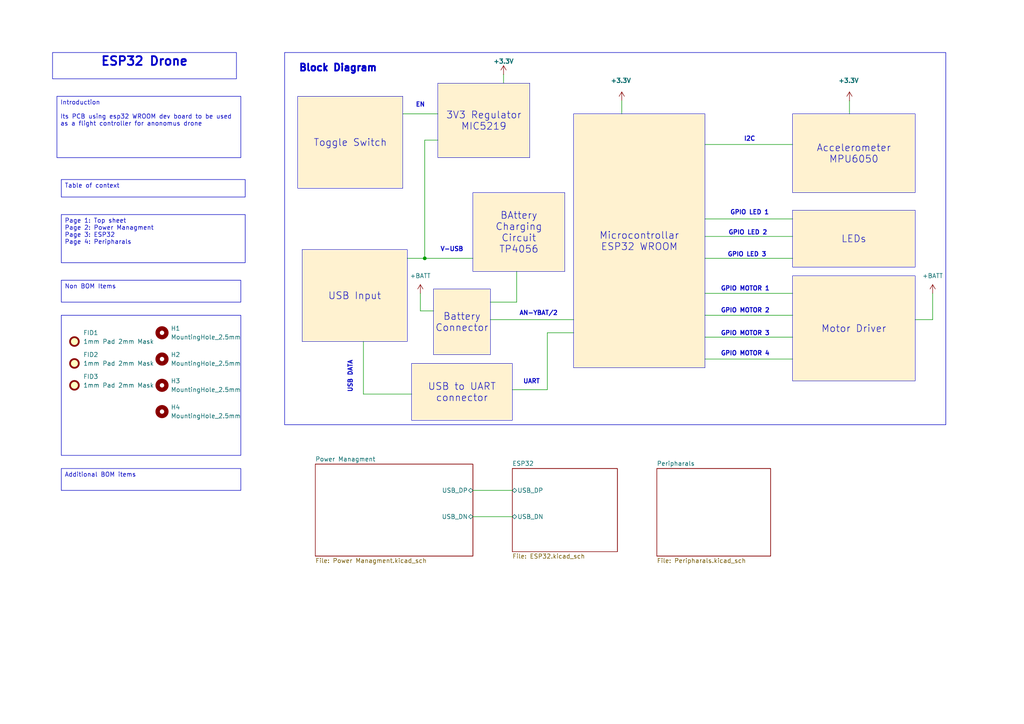
<source format=kicad_sch>
(kicad_sch (version 20250114) (generator "eeschema") (generator_version "9.0")
  (paper "A4")
  (title_block (title "esp32_drone") (date "2025-04-05") (rev "1") (company "myself") (comment 1 "Drawing RG"))
  (lib_symbols
    (symbol "EE_NON_BOM:Fiducial-1mmPad2mmMask" (in_bom no)
      (property "Reference" "FID" (at 0 5.08 0))
      (property "Value" "Fiducial-1mmPad2mmMask" (at 0 3.175 0))
      (property "Footprint" "Fiducial:Fiducial_1mm_Mask2mm" (at 0 0 0))
      (symbol "Fiducial-1mmPad2mmMask_0_1"
        (circle (center 0 0) (radius 1.27) (stroke (width 0.508)) (fill (type background)))
      )
    )
    (symbol "EE_NON_BOM:MountingHole_-_1mm_Pad_2mm_Mask" (pin_names (offset 1.016)) (in_bom no)
      (property "Reference" "H" (at 0 5.08 0))
      (property "Value" "MountingHole_- 2.5mm" (at 0 3.175 0))
      (symbol "MountingHole_-_1mm_Pad_2mm_Mask_0_1"
        (circle (center 0 0) (radius 1.27) (stroke (width 1.27)))
      )
    )
    (symbol "power:+3.3V" (power) (pin_numbers (hide yes)) (pin_names (offset 0) (hide yes))
      (property "Value" "+3.3V" (at 0 3.556 0))
      (symbol "+3.3V_0_1"
        (polyline (pts (xy -0.762 1.27) (xy 0 2.54)))
        (polyline (pts (xy 0 2.54) (xy 0.762 1.27)))
        (polyline (pts (xy 0 0) (xy 0 2.54)))
      )
      (symbol "+3.3V_1_1"
        (pin power_in line (at 0 0 90) (length 0) (name "~") (number "1"))
      )
    )
    (symbol "power:+BATT" (power) (pin_numbers (hide yes)) (pin_names (offset 0) (hide yes))
      (property "Value" "+BATT" (at 0 3.556 0))
      (symbol "+BATT_0_1"
        (polyline (pts (xy -0.762 1.27) (xy 0 2.54)))
        (polyline (pts (xy 0 2.54) (xy 0.762 1.27)))
        (polyline (pts (xy 0 0) (xy 0 2.54)))
      )
      (symbol "+BATT_1_1"
        (pin power_in line (at 0 0 90) (length 0) (name "~") (number "1"))
      )
    )
  )
  (rectangle (start 82.55 15.24) (end 274.32 123.19))
  (rectangle (start 17.78 91.44) (end 69.85 132.08))
  (text "EN" (at 121.92 30.48 0) (effects (font (size 1.27 1.27) (thickness 0.254) (bold yes))))
  (text "GPIO LED 1" (at 217.424 61.722 0) (effects (font (size 1.27 1.27) (thickness 0.254) (bold yes))))
  (text "GPIO LED 2" (at 216.916 67.564 0) (effects (font (size 1.27 1.27) (thickness 0.254) (bold yes))))
  (text "GPIO LED 3" (at 216.662 73.914 0) (effects (font (size 1.27 1.27) (thickness 0.254) (bold yes))))
  (text "AN-YBAT/2" (at 156.21 90.932 0) (effects (font (size 1.27 1.27) (thickness 0.254) (bold yes))))
  (text "UART" (at 154.178 110.744 0) (effects (font (size 1.27 1.27) (thickness 0.254) (bold yes))))
  (text "GPIO MOTOR 4" (at 216.154 102.616 0) (effects (font (size 1.27 1.27) (thickness 0.254) (bold yes))))
  (text "USB DATA" (at 101.6 109.22 90) (effects (font (size 1.27 1.27) (thickness 0.254) (bold yes))))
  (text "V-USB" (at 131.064 72.39 0) (effects (font (size 1.27 1.27) (thickness 0.254) (bold yes))))
  (text "GPIO MOTOR 3" (at 216.154 96.774 0) (effects (font (size 1.27 1.27) (thickness 0.254) (bold yes))))
  (text "I2C" (at 217.424 40.386 0) (effects (font (size 1.27 1.27) (thickness 0.254) (bold yes))))
  (text "Block Diagram" (at 98.044 19.812 0) (effects (font (size 2.032 2.032) (thickness 0.762) (bold yes))))
  (text "GPIO MOTOR 2" (at 216.154 90.17 0) (effects (font (size 1.27 1.27) (thickness 0.254) (bold yes))))
  (text "GPIO MOTOR 1" (at 216.154 83.82 0) (effects (font (size 1.27 1.27) (thickness 0.254) (bold yes))))
  (text_box "ESP32 Drone" (at 15.24 15.24 0) (size 53.34 7.62) (margins 0.9525 0.9525 0.9525 0.9525) (effects (font (size 2.54 2.54) (thickness 0.508) (bold yes)) (justify top)))
  (text_box "LEDs" (at 229.87 60.96 0) (size 35.56 16.51) (margins 0.9525 0.9525 0.9525 0.9525) (stroke (width 0.127)) (fill (type color) (color 255 242 208 1)) (effects (font (size 2.032 2.032))))
  (text_box "Non BOM Items\n" (at 17.78 81.28 0) (size 52.07 6.35) (margins 0.9525 0.9525 0.9525 0.9525) (effects (font (size 1.27 1.27)) (justify left top)))
  (text_box "3V3 Regulator\nMIC5219" (at 127 24.13 0) (size 26.67 21.59) (margins 0.9525 0.9525 0.9525 0.9525) (stroke (width 0.127)) (fill (type color) (color 255 242 208 1)) (effects (font (size 2.032 2.032))))
  (text_box "Microcontrollar \nESP32 WROOM" (at 166.37 33.02 0) (size 38.1 73.66) (margins 0.9525 0.9525 0.9525 0.9525) (stroke (width 0.127)) (fill (type color) (color 255 242 208 1)) (effects (font (size 2.032 2.032))))
  (text_box "Table of context\n" (at 17.78 52.07 0) (size 53.34 5.08) (margins 0.9525 0.9525 0.9525 0.9525) (effects (font (size 1.27 1.27)) (justify left top)))
  (text_box "USB Input" (at 87.63 72.39 0) (size 30.48 26.67) (margins 0.9525 0.9525 0.9525 0.9525) (stroke (width 0.127)) (fill (type color) (color 255 242 208 1)) (effects (font (size 2.032 2.032))))
  (text_box "Additional BOM items" (at 17.78 135.89 0) (size 52.07 6.35) (margins 0.9525 0.9525 0.9525 0.9525) (effects (font (size 1.27 1.27)) (justify left top)))
  (text_box "Introduction\n\nIts PCB using esp32 WROOM dev board to be used as a flight controller for anonomus drone\n" (at 16.51 27.94 0) (size 53.34 17.78) (margins 0.9525 0.9525 0.9525 0.9525) (effects (font (size 1.27 1.27)) (justify left top)))
  (text_box "USB to UART connector" (at 119.38 105.41 0) (size 29.21 16.51) (margins 0.9525 0.9525 0.9525 0.9525) (stroke (width 0.127)) (fill (type color) (color 255 242 208 1)) (effects (font (size 2.032 2.032))))
  (text_box "Battery Connector" (at 125.73 83.82 0) (size 16.51 19.05) (margins 0.9525 0.9525 0.9525 0.9525) (stroke (width 0.127)) (fill (type color) (color 255 242 208 1)) (effects (font (size 2.032 2.032))))
  (text_box "Page 1: Top sheet\nPage 2: Power Managment\nPage 3: ESP32\nPage 4: Peripharals" (at 17.78 62.23 0) (size 53.34 13.97) (margins 0.9525 0.9525 0.9525 0.9525) (effects (font (size 1.27 1.27)) (justify left top)))
  (text_box "Toggle Switch" (at 86.36 27.94 0) (size 30.48 26.67) (margins 0.9525 0.9525 0.9525 0.9525) (stroke (width 0.127)) (fill (type color) (color 255 242 208 1)) (effects (font (size 2.032 2.032))))
  (text_box "Motor Driver" (at 229.87 80.01 0) (size 35.56 30.48) (margins 0.9525 0.9525 0.9525 0.9525) (stroke (width 0.127)) (fill (type color) (color 255 242 208 1)) (effects (font (size 2.032 2.032))))
  (text_box "Accelerometer\nMPU6050" (at 229.87 33.02 0) (size 35.56 22.86) (margins 0.9525 0.9525 0.9525 0.9525) (stroke (width 0.127)) (fill (type color) (color 255 242 208 1)) (effects (font (size 2.032 2.032))))
  (text_box "BAttery Charging Circuit\nTP4056" (at 137.16 55.88 0) (size 26.67 22.86) (margins 0.9525 0.9525 0.9525 0.9525) (stroke (width 0.127)) (fill (type color) (color 255 242 208 1)) (effects (font (size 2.032 2.032))))
  (junction (at 123.19 74.93))
  (wire (pts (xy 105.41 99.06) (xy 105.41 114.3)))
  (wire (pts (xy 265.43 92.71) (xy 270.51 92.71)))
  (wire (pts (xy 142.24 87.63) (xy 149.86 87.63)))
  (wire (pts (xy 123.19 40.64) (xy 123.19 74.93)))
  (wire (pts (xy 180.34 29.21) (xy 180.34 33.02)))
  (wire (pts (xy 270.51 85.09) (xy 270.51 92.71)))
  (wire (pts (xy 149.86 78.74) (xy 149.86 87.63)))
  (wire (pts (xy 204.47 104.14) (xy 229.87 104.14)))
  (wire (pts (xy 137.16 149.86) (xy 148.59 149.86)))
  (wire (pts (xy 123.19 74.93) (xy 137.16 74.93)))
  (wire (pts (xy 246.38 29.21) (xy 246.38 33.02)))
  (wire (pts (xy 146.05 21.59) (xy 146.05 24.13)))
  (wire (pts (xy 148.59 113.03) (xy 158.75 113.03)))
  (wire (pts (xy 204.47 68.58) (xy 229.87 68.58)))
  (wire (pts (xy 137.16 142.24) (xy 148.59 142.24)))
  (wire (pts (xy 116.84 33.02) (xy 127 33.02)))
  (wire (pts (xy 204.47 85.09) (xy 229.87 85.09)))
  (wire (pts (xy 142.24 92.71) (xy 166.37 92.71)))
  (wire (pts (xy 158.75 96.52) (xy 158.75 113.03)))
  (wire (pts (xy 204.47 91.44) (xy 229.87 91.44)))
  (wire (pts (xy 121.92 90.17) (xy 125.73 90.17)))
  (wire (pts (xy 204.47 63.5) (xy 229.87 63.5)))
  (wire (pts (xy 118.11 74.93) (xy 123.19 74.93)))
  (wire (pts (xy 204.47 97.79) (xy 229.87 97.79)))
  (wire (pts (xy 105.41 114.3) (xy 119.38 114.3)))
  (wire (pts (xy 123.19 40.64) (xy 127 40.64)))
  (wire (pts (xy 121.92 85.09) (xy 121.92 90.17)))
  (wire (pts (xy 204.47 74.93) (xy 229.87 74.93)))
  (wire (pts (xy 158.75 96.52) (xy 166.37 96.52)))
  (wire (pts (xy 204.47 41.91) (xy 229.87 41.91)))
  (symbol (lib_id "EE_NON_BOM:MountingHole_-_1mm_Pad_2mm_Mask") (at 46.99 119.38 0) (unit 1) (in_bom no)
    (property "Reference" "H4" (at 49.53 118.1099 0) (effects (justify left)))
    (property "Value" "MountingHole_2.5mm" (at 49.53 120.6499 0) (effects (justify left)))
    (property "Footprint" "MountingHole:MountingHole_2.5mm" (effects (hide yes)))
    (property "Description" "Mounting Hole without connection" (effects (hide yes)))
  )
  (symbol (lib_id "EE_NON_BOM:MountingHole_-_1mm_Pad_2mm_Mask") (at 46.99 111.76 0) (unit 1) (in_bom no)
    (property "Reference" "H3" (at 49.53 110.4899 0) (effects (justify left)))
    (property "Value" "MountingHole_2.5mm" (at 49.53 113.0299 0) (effects (justify left)))
    (property "Footprint" "MountingHole:MountingHole_2.5mm" (effects (hide yes)))
    (property "Description" "Mounting Hole without connection" (effects (hide yes)))
  )
  (symbol (lib_id "EE_NON_BOM:Fiducial-1mmPad2mmMask") (at 21.59 99.06 0) (unit 1) (in_bom no)
    (property "Reference" "FID1" (at 24.13 96.5199 0) (effects (justify left)))
    (property "Value" "1mm Pad 2mm Mask" (at 24.13 99.0599 0) (effects (justify left)))
    (property "Footprint" "Fiducial:Fiducial_1mm_Mask2mm" (effects (hide yes)))
    (property "Description" "Fiducial Marker -  1mm Pad 2mm Mask" (effects (hide yes)))
  )
  (symbol (lib_id "power:+3.3V") (at 146.05 21.59 0) (unit 1)
    (property "Reference" "#PWR02" (effects (hide yes)))
    (property "Value" "+3.3V" (at 146.05 17.78 0) (effects (font (thickness 0.254) (bold yes))))
    (property "Description" "Power symbol creates a global label with name \"+3.3V\"" (effects (hide yes)))
  )
  (symbol (lib_id "EE_NON_BOM:MountingHole_-_1mm_Pad_2mm_Mask") (at 46.99 104.14 0) (unit 1) (in_bom no)
    (property "Reference" "H2" (at 49.53 102.8699 0) (effects (justify left)))
    (property "Value" "MountingHole_2.5mm" (at 49.53 105.4099 0) (effects (justify left)))
    (property "Footprint" "MountingHole:MountingHole_2.5mm" (effects (hide yes)))
    (property "Description" "Mounting Hole without connection" (effects (hide yes)))
  )
  (symbol (lib_id "power:+BATT") (at 270.51 85.09 0) (unit 1)
    (property "Reference" "#PWR04" (effects (hide yes)))
    (property "Value" "+BATT" (at 270.51 80.01 0))
    (property "Description" "Power symbol creates a global label with name \"+BATT\"" (effects (hide yes)))
  )
  (symbol (lib_id "power:+3.3V") (at 246.38 29.21 0) (unit 1)
    (property "Reference" "#PWR03" (effects (hide yes)))
    (property "Value" "+3.3V" (at 246.126 23.368 0) (effects (font (thickness 0.254) (bold yes))))
    (property "Description" "Power symbol creates a global label with name \"+3.3V\"" (effects (hide yes)))
  )
  (symbol (lib_id "power:+3.3V") (at 180.34 29.21 0) (unit 1)
    (property "Reference" "#PWR01" (effects (hide yes)))
    (property "Value" "+3.3V" (at 180.086 23.368 0) (effects (font (thickness 0.254) (bold yes))))
    (property "Description" "Power symbol creates a global label with name \"+3.3V\"" (effects (hide yes)))
  )
  (symbol (lib_id "EE_NON_BOM:Fiducial-1mmPad2mmMask") (at 21.59 111.76 0) (unit 1) (in_bom no)
    (property "Reference" "FID3" (at 24.13 109.2199 0) (effects (justify left)))
    (property "Value" "1mm Pad 2mm Mask" (at 24.13 111.7599 0) (effects (justify left)))
    (property "Footprint" "Fiducial:Fiducial_1mm_Mask2mm" (effects (hide yes)))
    (property "Description" "Fiducial Marker -  1mm Pad 2mm Mask" (effects (hide yes)))
  )
  (symbol (lib_id "EE_NON_BOM:Fiducial-1mmPad2mmMask") (at 21.59 105.41 0) (unit 1) (in_bom no)
    (property "Reference" "FID2" (at 24.13 102.8699 0) (effects (justify left)))
    (property "Value" "1mm Pad 2mm Mask" (at 24.13 105.4099 0) (effects (justify left)))
    (property "Footprint" "Fiducial:Fiducial_1mm_Mask2mm" (effects (hide yes)))
    (property "Description" "Fiducial Marker -  1mm Pad 2mm Mask" (effects (hide yes)))
  )
  (symbol (lib_id "EE_NON_BOM:MountingHole_-_1mm_Pad_2mm_Mask") (at 46.99 96.52 0) (unit 1) (in_bom no)
    (property "Reference" "H1" (at 49.53 95.2499 0) (effects (justify left)))
    (property "Value" "MountingHole_2.5mm" (at 49.53 97.7899 0) (effects (justify left)))
    (property "Footprint" "MountingHole:MountingHole_2.5mm" (effects (hide yes)))
    (property "Description" "Mounting Hole without connection" (effects (hide yes)))
  )
  (symbol (lib_id "power:+BATT") (at 121.92 85.09 0) (unit 1)
    (property "Reference" "#PWR05" (effects (hide yes)))
    (property "Value" "+BATT" (at 121.92 80.01 0))
    (property "Description" "Power symbol creates a global label with name \"+BATT\"" (effects (hide yes)))
  )
  (sheet (at 91.44 134.62) (size 45.72 26.67) (stroke (width 0.1524))
    (property "Sheetname" "Power Managment" (at 91.44 133.9084 0) (effects (justify left bottom)))
    (property "Sheetfile" "Power Managment.kicad_sch" (at 91.44 161.8746 0) (effects (justify left top)))
    (pin "USB_DN" bidirectional (at 137.16 149.86 0))
    (pin "USB_DP" bidirectional (at 137.16 142.24 0))
  )
  (sheet (at 190.5 135.89) (size 33.02 25.4) (stroke (width 0.1524))
    (property "Sheetname" "Peripharals" (at 190.5 135.1784 0) (effects (justify left bottom)))
    (property "Sheetfile" "Peripharals.kicad_sch" (at 190.5 161.8746 0) (effects (justify left top)))
  )
  (sheet (at 148.59 135.89) (size 30.48 24.13) (stroke (width 0.1524))
    (property "Sheetname" "ESP32" (at 148.59 135.1784 0) (effects (justify left bottom)))
    (property "Sheetfile" "ESP32.kicad_sch" (at 148.59 160.6046 0) (effects (justify left top)))
    (pin "USB_DN" bidirectional (at 148.59 149.86 180))
    (pin "USB_DP" bidirectional (at 148.59 142.24 180))
  )
)
</source>
